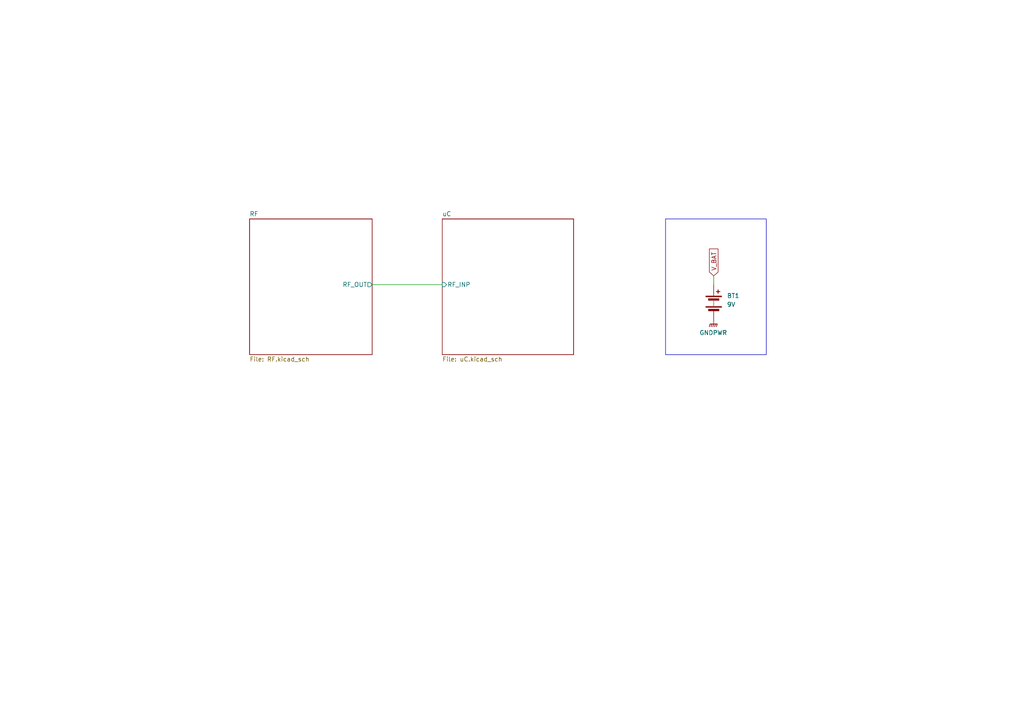
<source format=kicad_sch>
(kicad_sch (version 20231120) (generator "eeschema") (generator_version "8.0")
  (paper "A4")
  (lib_symbols
    (symbol "Device:Battery" (pin_numbers hide) (pin_names (offset 0) hide)
      (property "Reference" "BT" (at 2.54 2.54 0))
      (property "Value" "Battery" (at 2.54 0 0))
      (symbol "Battery_0_1"
        (rectangle (start -2.286 -1.27) (end 2.286 -1.524) (fill (type outline)))
        (rectangle (start -2.286 1.778) (end 2.286 1.524) (fill (type outline)))
        (rectangle (start -1.524 -2.032) (end 1.524 -2.54) (fill (type outline)))
        (rectangle (start -1.524 1.016) (end 1.524 0.508) (fill (type outline)))
        (polyline (pts (xy 0 -1.016) (xy 0 -0.762)))
        (polyline (pts (xy 0 -0.508) (xy 0 -0.254)))
        (polyline (pts (xy 0 0) (xy 0 0.254)))
        (polyline (pts (xy 0 1.778) (xy 0 2.54)))
        (polyline (pts (xy 0.762 3.048) (xy 1.778 3.048)) (stroke (width 0.254)))
        (polyline (pts (xy 1.27 3.556) (xy 1.27 2.54)) (stroke (width 0.254)))
      )
      (symbol "Battery_1_1"
        (pin passive line (at 0 5.08 270) (length 2.54) (name "+") (number "1"))
        (pin passive line (at 0 -5.08 90) (length 2.54) (name "-") (number "2"))
      )
    )
    (symbol "power:GNDPWR" (power) (pin_numbers hide) (pin_names (offset 0) hide)
      (property "Value" "GNDPWR" (at 0 -3.302 0))
      (symbol "GNDPWR_0_1"
        (polyline (pts (xy 0 -1.27) (xy 0 0)))
        (polyline (pts (xy -1.016 -1.27) (xy -1.27 -2.032) (xy -1.27 -2.032)) (stroke (width 0.2032)))
        (polyline (pts (xy -0.508 -1.27) (xy -0.762 -2.032) (xy -0.762 -2.032)) (stroke (width 0.2032)))
        (polyline (pts (xy 0 -1.27) (xy -0.254 -2.032) (xy -0.254 -2.032)) (stroke (width 0.2032)))
        (polyline (pts (xy 0.508 -1.27) (xy 0.254 -2.032) (xy 0.254 -2.032)) (stroke (width 0.2032)))
        (polyline (pts (xy 1.016 -1.27) (xy -1.016 -1.27) (xy -1.016 -1.27)) (stroke (width 0.2032)))
        (polyline (pts (xy 1.016 -1.27) (xy 0.762 -2.032) (xy 0.762 -2.032) (xy 0.762 -2.032)) (stroke (width 0.2032)))
      )
      (symbol "GNDPWR_1_1"
        (pin power_in line (at 0 0 270) (length 0) (name "~") (number "1"))
      )
    )
  )
  (wire (pts (xy 107.95 82.55) (xy 128.27 82.55)))
  (wire (pts (xy 207.01 80.01) (xy 207.01 82.55)))
  (rectangle (start 193.04 63.5) (end 222.25 102.87))
  (global_label "V_BAT" (shape input) (at 207.01 80.01 90) (property "Intersheetrefs" "${INTERSHEET_REFS}" (effects (hide yes))))
  (symbol (lib_id "power:GNDPWR") (at 207.01 92.71 0) (unit 1)
    (property "Reference" "#PWR015" (effects (hide yes)))
    (property "Value" "GNDPWR" (at 206.883 96.52 0))
    (property "Description" "Power symbol creates a global label with name \"GNDPWR\" , global ground" (effects (hide yes)))
  )
  (symbol (lib_id "Device:Battery") (at 207.01 87.63 0) (unit 1)
    (property "Reference" "BT1" (at 210.82 85.7884 0) (effects (justify left)))
    (property "Value" "9V" (at 210.82 88.3284 0) (effects (justify left)))
    (property "Footprint" "Connector_PinSocket_2.54mm:PinSocket_1x02_P2.54mm_Vertical" (effects (hide yes)))
    (property "Description" "Multiple-cell battery" (effects (hide yes)))
  )
  (sheet (at 72.39 63.5) (size 35.56 39.37) (stroke (width 0.1524))
    (property "Sheetname" "RF" (at 72.39 62.7884 0) (effects (justify left bottom)))
    (property "Sheetfile" "RF.kicad_sch" (at 72.39 103.4546 0) (effects (justify left top)))
    (pin "RF_OUT" output (at 107.95 82.55 0))
  )
  (sheet (at 128.27 63.5) (size 38.1 39.37) (stroke (width 0.1524))
    (property "Sheetname" "uC" (at 128.27 62.7884 0) (effects (justify left bottom)))
    (property "Sheetfile" "uC.kicad_sch" (at 128.27 103.4546 0) (effects (justify left top)))
    (pin "RF_INP" input (at 128.27 82.55 180))
  )
)
</source>
